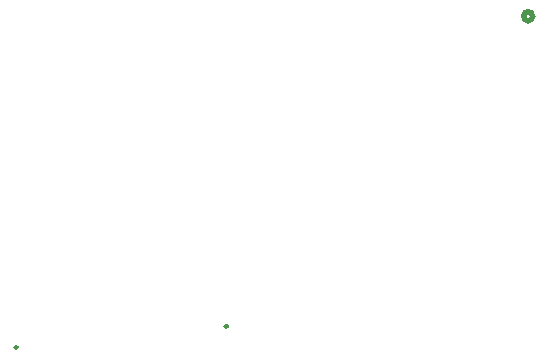
<source format=gbr>
%TF.GenerationSoftware,KiCad,Pcbnew,8.0.5*%
%TF.CreationDate,2024-10-07T09:03:38+02:00*%
%TF.ProjectId,ADC_Klipper_Board,4144435f-4b6c-4697-9070-65725f426f61,rev?*%
%TF.SameCoordinates,Original*%
%TF.FileFunction,Legend,Bot*%
%TF.FilePolarity,Positive*%
%FSLAX46Y46*%
G04 Gerber Fmt 4.6, Leading zero omitted, Abs format (unit mm)*
G04 Created by KiCad (PCBNEW 8.0.5) date 2024-10-07 09:03:38*
%MOMM*%
%LPD*%
G01*
G04 APERTURE LIST*
%ADD10C,0.254000*%
%ADD11C,0.508000*%
G04 APERTURE END LIST*
D10*
%TO.C,S2*%
X114750002Y-90597999D02*
G75*
G02*
X114496002Y-90597999I-127000J0D01*
G01*
X114496002Y-90597999D02*
G75*
G02*
X114750002Y-90597999I127000J0D01*
G01*
D11*
%TO.C,J3*%
X158356000Y-62557501D02*
G75*
G02*
X157594000Y-62557501I-381000J0D01*
G01*
X157594000Y-62557501D02*
G75*
G02*
X158356000Y-62557501I381000J0D01*
G01*
D10*
%TO.C,S1*%
X132541001Y-88810998D02*
G75*
G02*
X132287001Y-88810998I-127000J0D01*
G01*
X132287001Y-88810998D02*
G75*
G02*
X132541001Y-88810998I127000J0D01*
G01*
%TD*%
M02*

</source>
